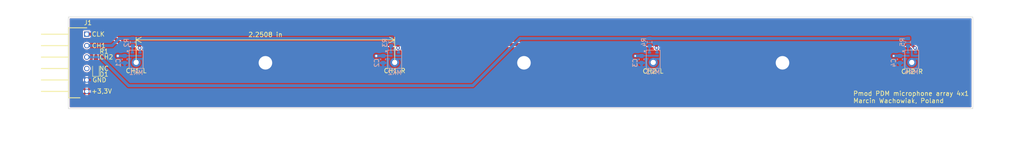
<source format=kicad_pcb>
(kicad_pcb (version 20171130) (host pcbnew 5.1.10-88a1d61d58~88~ubuntu18.04.1)
  (title_block (title "Pmod PDM microphone array 2x1") (date 2021-05-03) (rev 1.0.0) (company "Marcin Wachowiak, Poland"))
  (layers (0 F.Cu signal hide) (31 B.Cu signal hide) (34 B.Paste user) (35 F.Paste user) (36 B.SilkS user) (37 F.SilkS user) (38 B.Mask user) (39 F.Mask user) (44 Edge.Cuts user))
  (net 0 "")
  (net 1 GND)
  (net 2 +3V3)
  (net 3 "Net-(J1-Pad1)")
  (net 4 "Net-(J1-Pad2)")
  (net 5 "Net-(MK1-Pad1)")
  (net 6 "Net-(MK2-Pad1)")
  (net 7 "Net-(D1-Pad2)")
  (net 8 "Net-(J1-Pad3)")
  (net 9 "Net-(MK3-Pad1)")
  (net 10 "Net-(MK4-Pad1)")
  (module Resistor_SMD:R_0603_1608Metric (layer B.Cu) (at 211.836 58.166 90)
    (fp_text reference R5 (at 0 -1.27 90) (layer B.SilkS) (effects (justify mirror)))
    (fp_text value 100)
    (fp_line (start -0.237258 0.5225) (end 0.237258 0.5225) (layer B.SilkS) (width 0.12))
    (fp_line (start -0.237258 -0.5225) (end 0.237258 -0.5225) (layer B.SilkS) (width 0.12))
    (pad 2 smd roundrect (at 0.825 0 90) (size 0.8 0.95) (layers B.Cu B.Paste B.Mask) (net 8 "Net-(J1-Pad3)"))
    (pad 1 smd roundrect (at -0.825 0 90) (size 0.8 0.95) (layers B.Cu B.Paste B.Mask) (net 10 "Net-(MK4-Pad1)"))
  )
  (module Resistor_SMD:R_0603_1608Metric (layer B.Cu) (at 154.686 58.166 90)
    (fp_text reference R4 (at 0 -1.27 90) (layer B.SilkS) (effects (justify mirror)))
    (fp_text value 100)
    (fp_line (start -0.237258 0.5225) (end 0.237258 0.5225) (layer B.SilkS) (width 0.12))
    (fp_line (start -0.237258 -0.5225) (end 0.237258 -0.5225) (layer B.SilkS) (width 0.12))
    (pad 2 smd roundrect (at 0.825 0 90) (size 0.8 0.95) (layers B.Cu B.Paste B.Mask) (net 8 "Net-(J1-Pad3)"))
    (pad 1 smd roundrect (at -0.825 0 90) (size 0.8 0.95) (layers B.Cu B.Paste B.Mask) (net 9 "Net-(MK3-Pad1)"))
  )
  (module pmod_microphone_array:IM69D130V01XTSA1 (layer B.Cu) (at 212.658 61.976 180)
    (fp_text reference MK4 (at 0.06 -2.794) (layer B.SilkS) (effects (justify mirror)))
    (fp_text value IM69D130V01XTSA1)
    (fp_poly (pts (xy 0.001 -0.1) (xy 0.001 0.35) (xy 0.046082 0.349423) (xy 0.099359 0.346165) (xy 0.152393 0.340122) (xy 0.205038 0.331312) (xy 0.25715 0.319759) (xy 0.308586 0.305495) (xy 0.359205 0.288558) (xy 0.408868 0.268995) (xy 0.457439 0.24686) (xy 0.504785 0.222214) (xy 0.550776 0.195123) (xy 0.595287 0.165662) (xy 0.638194 0.133912) (xy 0.679381 0.09996) (xy 0.718735 0.063899) (xy 0.756147 0.025828) (xy 0.791516 -0.01415) (xy 0.824744 -0.055923) (xy 0.85574 -0.099378) (xy 0.88442 -0.144396) (xy 0.910704 -0.190853) (xy 0.934521 -0.238622) (xy 0.955805 -0.287572) (xy 0.974498 -0.337569) (xy 0.990549 -0.388476) (xy 1.003913 -0.440152) (xy 1.014555 -0.492458) (xy 1.022445 -0.545249) (xy 1.027561 -0.59838) (xy 1.03 -0.66) (xy 1.03 -0.68) (xy 1.028588 -0.733906) (xy 1.024358 -0.787664) (xy 1.017319 -0.841127) (xy 1.007492 -0.894149) (xy 0.994904 -0.946584) (xy 0.979588 -0.998288) (xy 0.961588 -1.049119) (xy 0.940952 -1.098939) (xy 0.917737 -1.14761) (xy 0.892006 -1.195) (xy 0.863831 -1.240978) (xy 0.833288 -1.285419) (xy 0.80046 -1.3282) (xy 0.765439 -1.369205) (xy 0.72832 -1.40832) (xy 0.689205 -1.445439) (xy 0.6482 -1.48046) (xy 0.605419 -1.513288) (xy 0.560978 -1.543831) (xy 0.515 -1.572006) (xy 0.46761 -1.597737) (xy 0.418939 -1.620952) (xy 0.369119 -1.641588) (xy 0.318288 -1.659588) (xy 0.266584 -1.674904) (xy 0.214149 -1.687492) (xy 0.161127 -1.697319) (xy 0.107664 -1.704358) (xy 0.053906 -1.708588) (xy 0 -1.71) (xy -0.053906 -1.708588) (xy -0.107664 -1.704358) (xy -0.161127 -1.697319) (xy -0.214149 -1.687492) (xy -0.266584 -1.674904) (xy -0.318288 -1.659588) (xy -0.369119 -1.641588) (xy -0.418939 -1.620952) (xy -0.46761 -1.597737) (xy -0.515 -1.572006) (xy -0.560978 -1.543831) (xy -0.605419 -1.513288) (xy -0.6482 -1.48046) (xy -0.689205 -1.445439) (xy -0.72832 -1.40832) (xy -0.765439 -1.369205) (xy -0.80046 -1.3282) (xy -0.833288 -1.285419) (xy -0.863831 -1.240978) (xy -0.892006 -1.195) (xy -0.917737 -1.14761) (xy -0.940952 -1.098939) (xy -0.961588 -1.049119) (xy -0.979588 -0.998288) (xy -0.994904 -0.946584) (xy -1.007492 -0.894149) (xy -1.017319 -0.841127) (xy -1.024358 -0.787664) (xy -1.028588 -0.733906) (xy -1.03 -0.68) (xy -1.03 -0.66) (xy -1.028616 -0.607141) (xy -1.024467 -0.554426) (xy -1.017565 -0.502001) (xy -1.007929 -0.450009) (xy -0.995585 -0.398593) (xy -0.980567 -0.347893) (xy -0.962916 -0.298048) (xy -0.942681 -0.249196) (xy -0.919917 -0.20147) (xy -0.894686 -0.155) (xy -0.867057 -0.109915) (xy -0.837107 -0.066337) (xy -0.804917 -0.024386) (xy -0.770576 0.015822) (xy -0.734178 0.054178) (xy -0.695822 0.090576) (xy -0.655614 0.124917) (xy -0.613663 0.157107) (xy -0.570085 0.187057) (xy -0.525 0.214686) (xy -0.47853 0.239917) (xy -0.430804 0.262681) (xy -0.381952 0.282916) (xy -0.332107 0.300567) (xy -0.281407 0.315585) (xy -0.229991 0.327929) (xy -0.177999 0.337565) (xy -0.125574 0.344467) (xy -0.072859 0.348616) (xy -0.02 0.35) (xy -0.001 0.35) (xy -0.001 -0.1) (xy -0.030271 -0.099746) (xy -0.059552 -0.101024) (xy -0.088727 -0.103833) (xy -0.117715 -0.108166) (xy -0.146437 -0.114009) (xy -0.174813 -0.121348) (xy -0.202766 -0.130161) (xy -0.23022 -0.140426) (xy -0.257098 -0.152113) (xy -0.283329 -0.165191) (xy -0.308839 -0.179624) (xy -0.333558 -0.195372) (xy -0.35742 -0.212392) (xy -0.380358 -0.230638) (xy -0.40231 -0.250059) (xy -0.423215 -0.270603) (xy -0.443016 -0.292212) (xy -0.46166 -0.314828) (xy -0.479094 -0.338389) (xy -0.495271 -0.36283) (xy -0.510147 -0.388084) (xy -0.523681 -0.414082) (xy -0.535835 -0.440753) (xy -0.546577 -0.468024) (xy -0.555877 -0.495819) (xy -0.56371 -0.524063) (xy -0.570054 -0.552678) (xy -0.574891 -0.581585) (xy -0.578209 -0.610707) (xy -0.58 -0.64) (xy -0.58 -0.68) (xy -0.579205 -0.710355) (xy -0.576823 -0.740627) (xy -0.572859 -0.770732) (xy -0.567326 -0.800589) (xy -0.560237 -0.830115) (xy -0.551613 -0.85923) (xy -0.541477 -0.887853) (xy -0.529856 -0.915907) (xy -0.516784 -0.943314) (xy -0.502295 -0.97) (xy -0.486429 -0.995891) (xy -0.46923 -1.020915) (xy -0.450745 -1.045006) (xy -0.431024 -1.068096) (xy -0.410122 -1.090122) (xy -0.388096 -1.111024) (xy -0.365006 -1.130745) (xy -0.340915 -1.14923) (xy -0.315891 -1.166429) (xy -0.29 -1.182295) (xy -0.263314 -1.196784) (xy -0.235907 -1.209856) (xy -0.207853 -1.221477) (xy -0.17923 -1.231613) (xy -0.150115 -1.240237) (xy -0.120589 -1.247326) (xy -0.090732 -1.252859) (xy -0.060627 -1.256823) (xy -0.030355 -1.259205) (xy 0 -1.26) (xy 0.030355 -1.259205) (xy 0.060627 -1.256823) (xy 0.090732 -1.252859) (xy 0.120589 -1.247326) (xy 0.150115 -1.240237) (xy 0.17923 -1.231613) (xy 0.207853 -1.221477) (xy 0.235907 -1.209856) (xy 0.263314 -1.196784) (xy 0.29 -1.182295) (xy 0.315891 -1.166429) (xy 0.340915 -1.14923) (xy 0.365006 -1.130745) (xy 0.388096 -1.111024) (xy 0.410122 -1.090122) (xy 0.431024 -1.068096) (xy 0.450745 -1.045006) (xy 0.46923 -1.020915) (xy 0.486429 -0.995891) (xy 0.502295 -0.97) (xy 0.516784 -0.943314) (xy 0.529856 -0.915907) (xy 0.541477 -0.887853) (xy 0.551613 -0.85923) (xy 0.560237 -0.830115) (xy 0.567326 -0.800589) (xy 0.572859 -0.770732) (xy 0.576823 -0.740627) (xy 0.579205 -0.710355) (xy 0.58 -0.68) (xy 0.58 -0.66) (xy 0.578692 -0.629768) (xy 0.575834 -0.600086) (xy 0.571426 -0.570594) (xy 0.565481 -0.541373) (xy 0.558015 -0.512503) (xy 0.549048 -0.484063) (xy 0.538605 -0.456132) (xy 0.526714 -0.428785) (xy 0.513409 -0.402099) (xy 0.498725 -0.376145) (xy 0.482703 -0.350995) (xy 0.465386 -0.326719) (xy 0.446823 -0.303382) (xy 0.427064 -0.281048) (xy 0.406163 -0.259779) (xy 0.384178 -0.239633) (xy 0.361168 -0.220665) (xy 0.337197 -0.202928) (xy 0.312331 -0.186469) (xy 0.286637 -0.171335) (xy 0.260187 -0.157566) (xy 0.233052 -0.1452) (xy 0.205308 -0.134271) (xy 0.177029 -0.124809) (xy 0.148294 -0.11684) (xy 0.119181 -0.110386) (xy 0.08977 -0.105464) (xy 0.060142 -0.102088) (xy 0.030378 -0.100268) (xy 0.001 -0.1)) (layer B.Cu) (width 0.0001))
    (fp_circle (center 1.9 1.82) (end 2 1.82) (layer B.SilkS) (width 0.2))
    (fp_line (start -1.54 -2) (end -1.54 2.04) (layer B.SilkS) (width 0.127))
    (fp_line (start 1.54 2.04) (end 1.54 -2) (layer B.SilkS) (width 0.127))
    (fp_line (start -1.54 2.04) (end 1.54 2.04) (layer B.SilkS) (width 0.127))
    (fp_line (start 1.54 -2) (end -1.54 -2) (layer B.SilkS) (width 0.127))
    (pad None np_thru_hole circle (at 0 -0.68 180) (size 0.8 0.8) (drill 0.8) (layers *.Cu *.Mask))
    (pad 3 smd rect (at -0.85 1.5 180) (size 0.75 0.45) (layers B.Cu B.Mask) (net 3 "Net-(J1-Pad1)"))
    (pad 4 smd rect (at -0.85 0.8 180) (size 0.75 0.45) (layers B.Cu B.Mask) (net 1 GND))
    (pad 1 smd rect (at 0.85 1.5 180) (size 0.75 0.45) (layers B.Cu B.Mask) (net 10 "Net-(MK4-Pad1)"))
    (pad 2 smd rect (at 0.85 0.8 180) (size 0.75 0.45) (layers B.Cu B.Mask) (net 2 +3V3))
    (pad 5 smd rect (at 0 0.12 180) (size 0.1 0.1) (layers B.Cu) (net 1 GND))
  )
  (module pmod_microphone_array:IM69D130V01XTSA1 (layer B.Cu) (at 155.488 61.976 180)
    (fp_text reference MK3 (at 0.04 -2.794) (layer B.SilkS) (effects (justify mirror)))
    (fp_text value IM69D130V01XTSA1)
    (fp_poly (pts (xy 0.001 -0.1) (xy 0.001 0.35) (xy 0.046082 0.349423) (xy 0.099359 0.346165) (xy 0.152393 0.340122) (xy 0.205038 0.331312) (xy 0.25715 0.319759) (xy 0.308586 0.305495) (xy 0.359205 0.288558) (xy 0.408868 0.268995) (xy 0.457439 0.24686) (xy 0.504785 0.222214) (xy 0.550776 0.195123) (xy 0.595287 0.165662) (xy 0.638194 0.133912) (xy 0.679381 0.09996) (xy 0.718735 0.063899) (xy 0.756147 0.025828) (xy 0.791516 -0.01415) (xy 0.824744 -0.055923) (xy 0.85574 -0.099378) (xy 0.88442 -0.144396) (xy 0.910704 -0.190853) (xy 0.934521 -0.238622) (xy 0.955805 -0.287572) (xy 0.974498 -0.337569) (xy 0.990549 -0.388476) (xy 1.003913 -0.440152) (xy 1.014555 -0.492458) (xy 1.022445 -0.545249) (xy 1.027561 -0.59838) (xy 1.03 -0.66) (xy 1.03 -0.68) (xy 1.028588 -0.733906) (xy 1.024358 -0.787664) (xy 1.017319 -0.841127) (xy 1.007492 -0.894149) (xy 0.994904 -0.946584) (xy 0.979588 -0.998288) (xy 0.961588 -1.049119) (xy 0.940952 -1.098939) (xy 0.917737 -1.14761) (xy 0.892006 -1.195) (xy 0.863831 -1.240978) (xy 0.833288 -1.285419) (xy 0.80046 -1.3282) (xy 0.765439 -1.369205) (xy 0.72832 -1.40832) (xy 0.689205 -1.445439) (xy 0.6482 -1.48046) (xy 0.605419 -1.513288) (xy 0.560978 -1.543831) (xy 0.515 -1.572006) (xy 0.46761 -1.597737) (xy 0.418939 -1.620952) (xy 0.369119 -1.641588) (xy 0.318288 -1.659588) (xy 0.266584 -1.674904) (xy 0.214149 -1.687492) (xy 0.161127 -1.697319) (xy 0.107664 -1.704358) (xy 0.053906 -1.708588) (xy 0 -1.71) (xy -0.053906 -1.708588) (xy -0.107664 -1.704358) (xy -0.161127 -1.697319) (xy -0.214149 -1.687492) (xy -0.266584 -1.674904) (xy -0.318288 -1.659588) (xy -0.369119 -1.641588) (xy -0.418939 -1.620952) (xy -0.46761 -1.597737) (xy -0.515 -1.572006) (xy -0.560978 -1.543831) (xy -0.605419 -1.513288) (xy -0.6482 -1.48046) (xy -0.689205 -1.445439) (xy -0.72832 -1.40832) (xy -0.765439 -1.369205) (xy -0.80046 -1.3282) (xy -0.833288 -1.285419) (xy -0.863831 -1.240978) (xy -0.892006 -1.195) (xy -0.917737 -1.14761) (xy -0.940952 -1.098939) (xy -0.961588 -1.049119) (xy -0.979588 -0.998288) (xy -0.994904 -0.946584) (xy -1.007492 -0.894149) (xy -1.017319 -0.841127) (xy -1.024358 -0.787664) (xy -1.028588 -0.733906) (xy -1.03 -0.68) (xy -1.03 -0.66) (xy -1.028616 -0.607141) (xy -1.024467 -0.554426) (xy -1.017565 -0.502001) (xy -1.007929 -0.450009) (xy -0.995585 -0.398593) (xy -0.980567 -0.347893) (xy -0.962916 -0.298048) (xy -0.942681 -0.249196) (xy -0.919917 -0.20147) (xy -0.894686 -0.155) (xy -0.867057 -0.109915) (xy -0.837107 -0.066337) (xy -0.804917 -0.024386) (xy -0.770576 0.015822) (xy -0.734178 0.054178) (xy -0.695822 0.090576) (xy -0.655614 0.124917) (xy -0.613663 0.157107) (xy -0.570085 0.187057) (xy -0.525 0.214686) (xy -0.47853 0.239917) (xy -0.430804 0.262681) (xy -0.381952 0.282916) (xy -0.332107 0.300567) (xy -0.281407 0.315585) (xy -0.229991 0.327929) (xy -0.177999 0.337565) (xy -0.125574 0.344467) (xy -0.072859 0.348616) (xy -0.02 0.35) (xy -0.001 0.35) (xy -0.001 -0.1) (xy -0.030271 -0.099746) (xy -0.059552 -0.101024) (xy -0.088727 -0.103833) (xy -0.117715 -0.108166) (xy -0.146437 -0.114009) (xy -0.174813 -0.121348) (xy -0.202766 -0.130161) (xy -0.23022 -0.140426) (xy -0.257098 -0.152113) (xy -0.283329 -0.165191) (xy -0.308839 -0.179624) (xy -0.333558 -0.195372) (xy -0.35742 -0.212392) (xy -0.380358 -0.230638) (xy -0.40231 -0.250059) (xy -0.423215 -0.270603) (xy -0.443016 -0.292212) (xy -0.46166 -0.314828) (xy -0.479094 -0.338389) (xy -0.495271 -0.36283) (xy -0.510147 -0.388084) (xy -0.523681 -0.414082) (xy -0.535835 -0.440753) (xy -0.546577 -0.468024) (xy -0.555877 -0.495819) (xy -0.56371 -0.524063) (xy -0.570054 -0.552678) (xy -0.574891 -0.581585) (xy -0.578209 -0.610707) (xy -0.58 -0.64) (xy -0.58 -0.68) (xy -0.579205 -0.710355) (xy -0.576823 -0.740627) (xy -0.572859 -0.770732) (xy -0.567326 -0.800589) (xy -0.560237 -0.830115) (xy -0.551613 -0.85923) (xy -0.541477 -0.887853) (xy -0.529856 -0.915907) (xy -0.516784 -0.943314) (xy -0.502295 -0.97) (xy -0.486429 -0.995891) (xy -0.46923 -1.020915) (xy -0.450745 -1.045006) (xy -0.431024 -1.068096) (xy -0.410122 -1.090122) (xy -0.388096 -1.111024) (xy -0.365006 -1.130745) (xy -0.340915 -1.14923) (xy -0.315891 -1.166429) (xy -0.29 -1.182295) (xy -0.263314 -1.196784) (xy -0.235907 -1.209856) (xy -0.207853 -1.221477) (xy -0.17923 -1.231613) (xy -0.150115 -1.240237) (xy -0.120589 -1.247326) (xy -0.090732 -1.252859) (xy -0.060627 -1.256823) (xy -0.030355 -1.259205) (xy 0 -1.26) (xy 0.030355 -1.259205) (xy 0.060627 -1.256823) (xy 0.090732 -1.252859) (xy 0.120589 -1.247326) (xy 0.150115 -1.240237) (xy 0.17923 -1.231613) (xy 0.207853 -1.221477) (xy 0.235907 -1.209856) (xy 0.263314 -1.196784) (xy 0.29 -1.182295) (xy 0.315891 -1.166429) (xy 0.340915 -1.14923) (xy 0.365006 -1.130745) (xy 0.388096 -1.111024) (xy 0.410122 -1.090122) (xy 0.431024 -1.068096) (xy 0.450745 -1.045006) (xy 0.46923 -1.020915) (xy 0.486429 -0.995891) (xy 0.502295 -0.97) (xy 0.516784 -0.943314) (xy 0.529856 -0.915907) (xy 0.541477 -0.887853) (xy 0.551613 -0.85923) (xy 0.560237 -0.830115) (xy 0.567326 -0.800589) (xy 0.572859 -0.770732) (xy 0.576823 -0.740627) (xy 0.579205 -0.710355) (xy 0.58 -0.68) (xy 0.58 -0.66) (xy 0.578692 -0.629768) (xy 0.575834 -0.600086) (xy 0.571426 -0.570594) (xy 0.565481 -0.541373) (xy 0.558015 -0.512503) (xy 0.549048 -0.484063) (xy 0.538605 -0.456132) (xy 0.526714 -0.428785) (xy 0.513409 -0.402099) (xy 0.498725 -0.376145) (xy 0.482703 -0.350995) (xy 0.465386 -0.326719) (xy 0.446823 -0.303382) (xy 0.427064 -0.281048) (xy 0.406163 -0.259779) (xy 0.384178 -0.239633) (xy 0.361168 -0.220665) (xy 0.337197 -0.202928) (xy 0.312331 -0.186469) (xy 0.286637 -0.171335) (xy 0.260187 -0.157566) (xy 0.233052 -0.1452) (xy 0.205308 -0.134271) (xy 0.177029 -0.124809) (xy 0.148294 -0.11684) (xy 0.119181 -0.110386) (xy 0.08977 -0.105464) (xy 0.060142 -0.102088) (xy 0.030378 -0.100268) (xy 0.001 -0.1)) (layer B.Cu) (width 0.0001))
    (fp_circle (center 1.9 1.82) (end 2 1.82) (layer B.SilkS) (width 0.2))
    (fp_line (start -1.54 -2) (end -1.54 2.04) (layer B.SilkS) (width 0.127))
    (fp_line (start 1.54 2.04) (end 1.54 -2) (layer B.SilkS) (width 0.127))
    (fp_line (start -1.54 2.04) (end 1.54 2.04) (layer B.SilkS) (width 0.127))
    (fp_line (start 1.54 -2) (end -1.54 -2) (layer B.SilkS) (width 0.127))
    (pad None np_thru_hole circle (at 0 -0.68 180) (size 0.8 0.8) (drill 0.8) (layers *.Cu *.Mask))
    (pad 3 smd rect (at -0.85 1.5 180) (size 0.75 0.45) (layers B.Cu B.Mask) (net 3 "Net-(J1-Pad1)"))
    (pad 4 smd rect (at -0.85 0.8 180) (size 0.75 0.45) (layers B.Cu B.Mask) (net 2 +3V3))
    (pad 1 smd rect (at 0.85 1.5 180) (size 0.75 0.45) (layers B.Cu B.Mask) (net 9 "Net-(MK3-Pad1)"))
    (pad 2 smd rect (at 0.85 0.8 180) (size 0.75 0.45) (layers B.Cu B.Mask) (net 2 +3V3))
    (pad 5 smd rect (at 0 0.12 180) (size 0.1 0.1) (layers B.Cu) (net 1 GND))
  )
  (module Capacitor_SMD:C_0603_1608Metric (layer B.Cu) (at 210.058 61.976 270)
    (fp_text reference C4 (at 0.762 1.43 90) (layer B.SilkS) (effects (justify mirror)))
    (fp_text value 100n/16V)
    (fp_line (start -0.14058 0.51) (end 0.14058 0.51) (layer B.SilkS) (width 0.12))
    (fp_line (start -0.14058 -0.51) (end 0.14058 -0.51) (layer B.SilkS) (width 0.12))
    (pad 2 smd roundrect (at 0.775 0 270) (size 0.9 0.95) (layers B.Cu B.Paste B.Mask) (net 1 GND))
    (pad 1 smd roundrect (at -0.775 0 270) (size 0.9 0.95) (layers B.Cu B.Paste B.Mask) (net 2 +3V3))
  )
  (module Capacitor_SMD:C_0603_1608Metric (layer B.Cu) (at 152.908 61.976 270)
    (fp_text reference C3 (at 0.762 1.43 90) (layer B.SilkS) (effects (justify mirror)))
    (fp_text value 100n/16V)
    (fp_line (start -0.14058 0.51) (end 0.14058 0.51) (layer B.SilkS) (width 0.12))
    (fp_line (start -0.14058 -0.51) (end 0.14058 -0.51) (layer B.SilkS) (width 0.12))
    (pad 2 smd roundrect (at 0.775 0 270) (size 0.9 0.95) (layers B.Cu B.Paste B.Mask) (net 1 GND))
    (pad 1 smd roundrect (at -0.775 0 270) (size 0.9 0.95) (layers B.Cu B.Paste B.Mask) (net 2 +3V3))
  )
  (module pmod_microphone_array:IM69D130V01XTSA1 (layer B.Cu) (at 98.318 61.976 180)
    (fp_text reference MK2 (at -0.02 -2.928) (layer B.SilkS) (effects (justify mirror)))
    (fp_text value IM69D130V01XTSA1)
    (fp_poly (pts (xy 0.001 -0.1) (xy 0.001 0.35) (xy 0.046082 0.349423) (xy 0.099359 0.346165) (xy 0.152393 0.340122) (xy 0.205038 0.331312) (xy 0.25715 0.319759) (xy 0.308586 0.305495) (xy 0.359205 0.288558) (xy 0.408868 0.268995) (xy 0.457439 0.24686) (xy 0.504785 0.222214) (xy 0.550776 0.195123) (xy 0.595287 0.165662) (xy 0.638194 0.133912) (xy 0.679381 0.09996) (xy 0.718735 0.063899) (xy 0.756147 0.025828) (xy 0.791516 -0.01415) (xy 0.824744 -0.055923) (xy 0.85574 -0.099378) (xy 0.88442 -0.144396) (xy 0.910704 -0.190853) (xy 0.934521 -0.238622) (xy 0.955805 -0.287572) (xy 0.974498 -0.337569) (xy 0.990549 -0.388476) (xy 1.003913 -0.440152) (xy 1.014555 -0.492458) (xy 1.022445 -0.545249) (xy 1.027561 -0.59838) (xy 1.03 -0.66) (xy 1.03 -0.68) (xy 1.028588 -0.733906) (xy 1.024358 -0.787664) (xy 1.017319 -0.841127) (xy 1.007492 -0.894149) (xy 0.994904 -0.946584) (xy 0.979588 -0.998288) (xy 0.961588 -1.049119) (xy 0.940952 -1.098939) (xy 0.917737 -1.14761) (xy 0.892006 -1.195) (xy 0.863831 -1.240978) (xy 0.833288 -1.285419) (xy 0.80046 -1.3282) (xy 0.765439 -1.369205) (xy 0.72832 -1.40832) (xy 0.689205 -1.445439) (xy 0.6482 -1.48046) (xy 0.605419 -1.513288) (xy 0.560978 -1.543831) (xy 0.515 -1.572006) (xy 0.46761 -1.597737) (xy 0.418939 -1.620952) (xy 0.369119 -1.641588) (xy 0.318288 -1.659588) (xy 0.266584 -1.674904) (xy 0.214149 -1.687492) (xy 0.161127 -1.697319) (xy 0.107664 -1.704358) (xy 0.053906 -1.708588) (xy 0 -1.71) (xy -0.053906 -1.708588) (xy -0.107664 -1.704358) (xy -0.161127 -1.697319) (xy -0.214149 -1.687492) (xy -0.266584 -1.674904) (xy -0.318288 -1.659588) (xy -0.369119 -1.641588) (xy -0.418939 -1.620952) (xy -0.46761 -1.597737) (xy -0.515 -1.572006) (xy -0.560978 -1.543831) (xy -0.605419 -1.513288) (xy -0.6482 -1.48046) (xy -0.689205 -1.445439) (xy -0.72832 -1.40832) (xy -0.765439 -1.369205) (xy -0.80046 -1.3282) (xy -0.833288 -1.285419) (xy -0.863831 -1.240978) (xy -0.892006 -1.195) (xy -0.917737 -1.14761) (xy -0.940952 -1.098939) (xy -0.961588 -1.049119) (xy -0.979588 -0.998288) (xy -0.994904 -0.946584) (xy -1.007492 -0.894149) (xy -1.017319 -0.841127) (xy -1.024358 -0.787664) (xy -1.028588 -0.733906) (xy -1.03 -0.68) (xy -1.03 -0.66) (xy -1.028616 -0.607141) (xy -1.024467 -0.554426) (xy -1.017565 -0.502001) (xy -1.007929 -0.450009) (xy -0.995585 -0.398593) (xy -0.980567 -0.347893) (xy -0.962916 -0.298048) (xy -0.942681 -0.249196) (xy -0.919917 -0.20147) (xy -0.894686 -0.155) (xy -0.867057 -0.109915) (xy -0.837107 -0.066337) (xy -0.804917 -0.024386) (xy -0.770576 0.015822) (xy -0.734178 0.054178) (xy -0.695822 0.090576) (xy -0.655614 0.124917) (xy -0.613663 0.157107) (xy -0.570085 0.187057) (xy -0.525 0.214686) (xy -0.47853 0.239917) (xy -0.430804 0.262681) (xy -0.381952 0.282916) (xy -0.332107 0.300567) (xy -0.281407 0.315585) (xy -0.229991 0.327929) (xy -0.177999 0.337565) (xy -0.125574 0.344467) (xy -0.072859 0.348616) (xy -0.02 0.35) (xy -0.001 0.35) (xy -0.001 -0.1) (xy -0.030271 -0.099746) (xy -0.059552 -0.101024) (xy -0.088727 -0.103833) (xy -0.117715 -0.108166) (xy -0.146437 -0.114009) (xy -0.174813 -0.121348) (xy -0.202766 -0.130161) (xy -0.23022 -0.140426) (xy -0.257098 -0.152113) (xy -0.283329 -0.165191) (xy -0.308839 -0.179624) (xy -0.333558 -0.195372) (xy -0.35742 -0.212392) (xy -0.380358 -0.230638) (xy -0.40231 -0.250059) (xy -0.423215 -0.270603) (xy -0.443016 -0.292212) (xy -0.46166 -0.314828) (xy -0.479094 -0.338389) (xy -0.495271 -0.36283) (xy -0.510147 -0.388084) (xy -0.523681 -0.414082) (xy -0.535835 -0.440753) (xy -0.546577 -0.468024) (xy -0.555877 -0.495819) (xy -0.56371 -0.524063) (xy -0.570054 -0.552678) (xy -0.574891 -0.581585) (xy -0.578209 -0.610707) (xy -0.58 -0.64) (xy -0.58 -0.68) (xy -0.579205 -0.710355) (xy -0.576823 -0.740627) (xy -0.572859 -0.770732) (xy -0.567326 -0.800589) (xy -0.560237 -0.830115) (xy -0.551613 -0.85923) (xy -0.541477 -0.887853) (xy -0.529856 -0.915907) (xy -0.516784 -0.943314) (xy -0.502295 -0.97) (xy -0.486429 -0.995891) (xy -0.46923 -1.020915) (xy -0.450745 -1.045006) (xy -0.431024 -1.068096) (xy -0.410122 -1.090122) (xy -0.388096 -1.111024) (xy -0.365006 -1.130745) (xy -0.340915 -1.14923) (xy -0.315891 -1.166429) (xy -0.29 -1.182295) (xy -0.263314 -1.196784) (xy -0.235907 -1.209856) (xy -0.207853 -1.221477) (xy -0.17923 -1.231613) (xy -0.150115 -1.240237) (xy -0.120589 -1.247326) (xy -0.090732 -1.252859) (xy -0.060627 -1.256823) (xy -0.030355 -1.259205) (xy 0 -1.26) (xy 0.030355 -1.259205) (xy 0.060627 -1.256823) (xy 0.090732 -1.252859) (xy 0.120589 -1.247326) (xy 0.150115 -1.240237) (xy 0.17923 -1.231613) (xy 0.207853 -1.221477) (xy 0.235907 -1.209856) (xy 0.263314 -1.196784) (xy 0.29 -1.182295) (xy 0.315891 -1.166429) (xy 0.340915 -1.14923) (xy 0.365006 -1.130745) (xy 0.388096 -1.111024) (xy 0.410122 -1.090122) (xy 0.431024 -1.068096) (xy 0.450745 -1.045006) (xy 0.46923 -1.020915) (xy 0.486429 -0.995891) (xy 0.502295 -0.97) (xy 0.516784 -0.943314) (xy 0.529856 -0.915907) (xy 0.541477 -0.887853) (xy 0.551613 -0.85923) (xy 0.560237 -0.830115) (xy 0.567326 -0.800589) (xy 0.572859 -0.770732) (xy 0.576823 -0.740627) (xy 0.579205 -0.710355) (xy 0.58 -0.68) (xy 0.58 -0.66) (xy 0.578692 -0.629768) (xy 0.575834 -0.600086) (xy 0.571426 -0.570594) (xy 0.565481 -0.541373) (xy 0.558015 -0.512503) (xy 0.549048 -0.484063) (xy 0.538605 -0.456132) (xy 0.526714 -0.428785) (xy 0.513409 -0.402099) (xy 0.498725 -0.376145) (xy 0.482703 -0.350995) (xy 0.465386 -0.326719) (xy 0.446823 -0.303382) (xy 0.427064 -0.281048) (xy 0.406163 -0.259779) (xy 0.384178 -0.239633) (xy 0.361168 -0.220665) (xy 0.337197 -0.202928) (xy 0.312331 -0.186469) (xy 0.286637 -0.171335) (xy 0.260187 -0.157566) (xy 0.233052 -0.1452) (xy 0.205308 -0.134271) (xy 0.177029 -0.124809) (xy 0.148294 -0.11684) (xy 0.119181 -0.110386) (xy 0.08977 -0.105464) (xy 0.060142 -0.102088) (xy 0.030378 -0.100268) (xy 0.001 -0.1)) (layer B.Cu) (width 0.0001))
    (fp_circle (center 1.9 1.82) (end 2 1.82) (layer B.SilkS) (width 0.2))
    (fp_line (start -1.54 -2) (end -1.54 2.04) (layer B.SilkS) (width 0.127))
    (fp_line (start 1.54 2.04) (end 1.54 -2) (layer B.SilkS) (width 0.127))
    (fp_line (start -1.54 2.04) (end 1.54 2.04) (layer B.SilkS) (width 0.127))
    (fp_line (start 1.54 -2) (end -1.54 -2) (layer B.SilkS) (width 0.127))
    (pad None np_thru_hole circle (at 0 -0.68 180) (size 0.8 0.8) (drill 0.8) (layers *.Cu *.Mask))
    (pad 3 smd rect (at -0.85 1.5 180) (size 0.75 0.45) (layers B.Cu B.Mask) (net 3 "Net-(J1-Pad1)"))
    (pad 4 smd rect (at -0.85 0.8 180) (size 0.75 0.45) (layers B.Cu B.Mask) (net 1 GND))
    (pad 1 smd rect (at 0.85 1.5 180) (size 0.75 0.45) (layers B.Cu B.Mask) (net 6 "Net-(MK2-Pad1)"))
    (pad 2 smd rect (at 0.85 0.8 180) (size 0.75 0.45) (layers B.Cu B.Mask) (net 2 +3V3))
    (pad 5 smd rect (at 0 0.12 180) (size 0.1 0.1) (layers B.Cu) (net 1 GND))
  )
  (module pmod_microphone_array:IM69D130V01XTSA1 (layer B.Cu) (at 41.148 61.976 180)
    (fp_text reference MK1 (at 0 -2.928) (layer B.SilkS) (effects (justify mirror)))
    (fp_text value IM69D130V01XTSA1)
    (fp_poly (pts (xy 0.001 -0.1) (xy 0.001 0.35) (xy 0.046082 0.349423) (xy 0.099359 0.346165) (xy 0.152393 0.340122) (xy 0.205038 0.331312) (xy 0.25715 0.319759) (xy 0.308586 0.305495) (xy 0.359205 0.288558) (xy 0.408868 0.268995) (xy 0.457439 0.24686) (xy 0.504785 0.222214) (xy 0.550776 0.195123) (xy 0.595287 0.165662) (xy 0.638194 0.133912) (xy 0.679381 0.09996) (xy 0.718735 0.063899) (xy 0.756147 0.025828) (xy 0.791516 -0.01415) (xy 0.824744 -0.055923) (xy 0.85574 -0.099378) (xy 0.88442 -0.144396) (xy 0.910704 -0.190853) (xy 0.934521 -0.238622) (xy 0.955805 -0.287572) (xy 0.974498 -0.337569) (xy 0.990549 -0.388476) (xy 1.003913 -0.440152) (xy 1.014555 -0.492458) (xy 1.022445 -0.545249) (xy 1.027561 -0.59838) (xy 1.03 -0.66) (xy 1.03 -0.68) (xy 1.028588 -0.733906) (xy 1.024358 -0.787664) (xy 1.017319 -0.841127) (xy 1.007492 -0.894149) (xy 0.994904 -0.946584) (xy 0.979588 -0.998288) (xy 0.961588 -1.049119) (xy 0.940952 -1.098939) (xy 0.917737 -1.14761) (xy 0.892006 -1.195) (xy 0.863831 -1.240978) (xy 0.833288 -1.285419) (xy 0.80046 -1.3282) (xy 0.765439 -1.369205) (xy 0.72832 -1.40832) (xy 0.689205 -1.445439) (xy 0.6482 -1.48046) (xy 0.605419 -1.513288) (xy 0.560978 -1.543831) (xy 0.515 -1.572006) (xy 0.46761 -1.597737) (xy 0.418939 -1.620952) (xy 0.369119 -1.641588) (xy 0.318288 -1.659588) (xy 0.266584 -1.674904) (xy 0.214149 -1.687492) (xy 0.161127 -1.697319) (xy 0.107664 -1.704358) (xy 0.053906 -1.708588) (xy 0 -1.71) (xy -0.053906 -1.708588) (xy -0.107664 -1.704358) (xy -0.161127 -1.697319) (xy -0.214149 -1.687492) (xy -0.266584 -1.674904) (xy -0.318288 -1.659588) (xy -0.369119 -1.641588) (xy -0.418939 -1.620952) (xy -0.46761 -1.597737) (xy -0.515 -1.572006) (xy -0.560978 -1.543831) (xy -0.605419 -1.513288) (xy -0.6482 -1.48046) (xy -0.689205 -1.445439) (xy -0.72832 -1.40832) (xy -0.765439 -1.369205) (xy -0.80046 -1.3282) (xy -0.833288 -1.285419) (xy -0.863831 -1.240978) (xy -0.892006 -1.195) (xy -0.917737 -1.14761) (xy -0.940952 -1.098939) (xy -0.961588 -1.049119) (xy -0.979588 -0.998288) (xy -0.994904 -0.946584) (xy -1.007492 -0.894149) (xy -1.017319 -0.841127) (xy -1.024358 -0.787664) (xy -1.028588 -0.733906) (xy -1.03 -0.68) (xy -1.03 -0.66) (xy -1.028616 -0.607141) (xy -1.024467 -0.554426) (xy -1.017565 -0.502001) (xy -1.007929 -0.450009) (xy -0.995585 -0.398593) (xy -0.980567 -0.347893) (xy -0.962916 -0.298048) (xy -0.942681 -0.249196) (xy -0.919917 -0.20147) (xy -0.894686 -0.155) (xy -0.867057 -0.109915) (xy -0.837107 -0.066337) (xy -0.804917 -0.024386) (xy -0.770576 0.015822) (xy -0.734178 0.054178) (xy -0.695822 0.090576) (xy -0.655614 0.124917) (xy -0.613663 0.157107) (xy -0.570085 0.187057) (xy -0.525 0.214686) (xy -0.47853 0.239917) (xy -0.430804 0.262681) (xy -0.381952 0.282916) (xy -0.332107 0.300567) (xy -0.281407 0.315585) (xy -0.229991 0.327929) (xy -0.177999 0.337565) (xy -0.125574 0.344467) (xy -0.072859 0.348616) (xy -0.02 0.35) (xy -0.001 0.35) (xy -0.001 -0.1) (xy -0.030271 -0.099746) (xy -0.059552 -0.101024) (xy -0.088727 -0.103833) (xy -0.117715 -0.108166) (xy -0.146437 -0.114009) (xy -0.174813 -0.121348) (xy -0.202766 -0.130161) (xy -0.23022 -0.140426) (xy -0.257098 -0.152113) (xy -0.283329 -0.165191) (xy -0.308839 -0.179624) (xy -0.333558 -0.195372) (xy -0.35742 -0.212392) (xy -0.380358 -0.230638) (xy -0.40231 -0.250059) (xy -0.423215 -0.270603) (xy -0.443016 -0.292212) (xy -0.46166 -0.314828) (xy -0.479094 -0.338389) (xy -0.495271 -0.36283) (xy -0.510147 -0.388084) (xy -0.523681 -0.414082) (xy -0.535835 -0.440753) (xy -0.546577 -0.468024) (xy -0.555877 -0.495819) (xy -0.56371 -0.524063) (xy -0.570054 -0.552678) (xy -0.574891 -0.581585) (xy -0.578209 -0.610707) (xy -0.58 -0.64) (xy -0.58 -0.68) (xy -0.579205 -0.710355) (xy -0.576823 -0.740627) (xy -0.572859 -0.770732) (xy -0.567326 -0.800589) (xy -0.560237 -0.830115) (xy -0.551613 -0.85923) (xy -0.541477 -0.887853) (xy -0.529856 -0.915907) (xy -0.516784 -0.943314) (xy -0.502295 -0.97) (xy -0.486429 -0.995891) (xy -0.46923 -1.020915) (xy -0.450745 -1.045006) (xy -0.431024 -1.068096) (xy -0.410122 -1.090122) (xy -0.388096 -1.111024) (xy -0.365006 -1.130745) (xy -0.340915 -1.14923) (xy -0.315891 -1.166429) (xy -0.29 -1.182295) (xy -0.263314 -1.196784) (xy -0.235907 -1.209856) (xy -0.207853 -1.221477) (xy -0.17923 -1.231613) (xy -0.150115 -1.240237) (xy -0.120589 -1.247326) (xy -0.090732 -1.252859) (xy -0.060627 -1.256823) (xy -0.030355 -1.259205) (xy 0 -1.26) (xy 0.030355 -1.259205) (xy 0.060627 -1.256823) (xy 0.090732 -1.252859) (xy 0.120589 -1.247326) (xy 0.150115 -1.240237) (xy 0.17923 -1.231613) (xy 0.207853 -1.221477) (xy 0.235907 -1.209856) (xy 0.263314 -1.196784) (xy 0.29 -1.182295) (xy 0.315891 -1.166429) (xy 0.340915 -1.14923) (xy 0.365006 -1.130745) (xy 0.388096 -1.111024) (xy 0.410122 -1.090122) (xy 0.431024 -1.068096) (xy 0.450745 -1.045006) (xy 0.46923 -1.020915) (xy 0.486429 -0.995891) (xy 0.502295 -0.97) (xy 0.516784 -0.943314) (xy 0.529856 -0.915907) (xy 0.541477 -0.887853) (xy 0.551613 -0.85923) (xy 0.560237 -0.830115) (xy 0.567326 -0.800589) (xy 0.572859 -0.770732) (xy 0.576823 -0.740627) (xy 0.579205 -0.710355) (xy 0.58 -0.68) (xy 0.58 -0.66) (xy 0.578692 -0.629768) (xy 0.575834 -0.600086) (xy 0.571426 -0.570594) (xy 0.565481 -0.541373) (xy 0.558015 -0.512503) (xy 0.549048 -0.484063) (xy 0.538605 -0.456132) (xy 0.526714 -0.428785) (xy 0.513409 -0.402099) (xy 0.498725 -0.376145) (xy 0.482703 -0.350995) (xy 0.465386 -0.326719) (xy 0.446823 -0.303382) (xy 0.427064 -0.281048) (xy 0.406163 -0.259779) (xy 0.384178 -0.239633) (xy 0.361168 -0.220665) (xy 0.337197 -0.202928) (xy 0.312331 -0.186469) (xy 0.286637 -0.171335) (xy 0.260187 -0.157566) (xy 0.233052 -0.1452) (xy 0.205308 -0.134271) (xy 0.177029 -0.124809) (xy 0.148294 -0.11684) (xy 0.119181 -0.110386) (xy 0.08977 -0.105464) (xy 0.060142 -0.102088) (xy 0.030378 -0.100268) (xy 0.001 -0.1)) (layer B.Cu) (width 0.0001))
    (fp_circle (center 1.9 1.82) (end 2 1.82) (layer B.SilkS) (width 0.2))
    (fp_line (start -1.54 -2) (end -1.54 2.04) (layer B.SilkS) (width 0.127))
    (fp_line (start 1.54 2.04) (end 1.54 -2) (layer B.SilkS) (width 0.127))
    (fp_line (start -1.54 2.04) (end 1.54 2.04) (layer B.SilkS) (width 0.127))
    (fp_line (start 1.54 -2) (end -1.54 -2) (layer B.SilkS) (width 0.127))
    (pad None np_thru_hole circle (at 0 -0.68 180) (size 0.8 0.8) (drill 0.8) (layers *.Cu *.Mask))
    (pad 3 smd rect (at -0.85 1.5 180) (size 0.75 0.45) (layers B.Cu B.Mask) (net 3 "Net-(J1-Pad1)"))
    (pad 4 smd rect (at -0.85 0.8 180) (size 0.75 0.45) (layers B.Cu B.Mask) (net 2 +3V3))
    (pad 1 smd rect (at 0.85 1.5 180) (size 0.75 0.45) (layers B.Cu B.Mask) (net 5 "Net-(MK1-Pad1)"))
    (pad 2 smd rect (at 0.85 0.8 180) (size 0.75 0.45) (layers B.Cu B.Mask) (net 2 +3V3))
    (pad 5 smd rect (at 0 0.12 180) (size 0.1 0.1) (layers B.Cu) (net 1 GND))
  )
  (module pmod_microphone_array:61300611021 (layer F.Cu) (at 30.226 56.388)
    (fp_text reference J1 (at 0.254 -2.54) (layer F.SilkS))
    (fp_text value 61300611021 hide)
    (fp_line (start 0 -1.42) (end -4.04 -1.42) (layer F.SilkS) (width 0.2))
    (fp_line (start -4.04 -1.42) (end -4.04 14.12) (layer F.SilkS) (width 0.2))
    (fp_line (start -4.04 14.12) (end -1.5 14.12) (layer F.SilkS) (width 0.2))
    (fp_line (start -4.04 0) (end -10.04 0) (layer F.SilkS) (width 0.2))
    (fp_line (start -4.04 2.54) (end -10.04 2.54) (layer F.SilkS) (width 0.2))
    (fp_line (start -4.04 5.08) (end -10.04 5.08) (layer F.SilkS) (width 0.2))
    (fp_line (start -4.04 7.62) (end -10.04 7.62) (layer F.SilkS) (width 0.2))
    (fp_line (start -4.04 10.16) (end -10.04 10.16) (layer F.SilkS) (width 0.2))
    (fp_line (start -4.04 12.7) (end -10.04 12.7) (layer F.SilkS) (width 0.2))
    (pad 1 thru_hole rect (at 0 0 90) (size 1.2 1.2) (drill 0.8) (layers *.Cu *.Mask) (net 3 "Net-(J1-Pad1)"))
    (pad 2 thru_hole circle (at 0 2.54 90) (size 1.2 1.2) (drill 0.8) (layers *.Cu *.Mask) (net 4 "Net-(J1-Pad2)"))
    (pad 3 thru_hole circle (at 0 5.08 90) (size 1.2 1.2) (drill 0.8) (layers *.Cu *.Mask) (net 8 "Net-(J1-Pad3)"))
    (pad 4 thru_hole circle (at 0 7.62 90) (size 1.2 1.2) (drill 0.8) (layers *.Cu *.Mask))
    (pad 5 thru_hole circle (at 0 10.16 90) (size 1.2 1.2) (drill 0.8) (layers *.Cu *.Mask) (net 1 GND))
    (pad 6 thru_hole circle (at 0 12.7 90) (size 1.2 1.2) (drill 0.8) (layers *.Cu *.Mask) (net 2 +3V3))
  )
  (module Resistor_SMD:R_0603_1608Metric (layer F.Cu) (at 32.258 61.214 270)
    (fp_text reference R1 (at -1.016 -1.778 180) (layer F.SilkS))
    (fp_text value 100)
    (fp_line (start -0.237258 -0.5225) (end 0.237258 -0.5225) (layer F.SilkS) (width 0.12))
    (fp_line (start -0.237258 0.5225) (end 0.237258 0.5225) (layer F.SilkS) (width 0.12))
    (pad 2 smd roundrect (at 0.825 0 270) (size 0.8 0.95) (layers F.Cu F.Paste F.Mask) (net 7 "Net-(D1-Pad2)"))
    (pad 1 smd roundrect (at -0.825 0 270) (size 0.8 0.95) (layers F.Cu F.Paste F.Mask) (net 2 +3V3))
  )
  (module Resistor_SMD:R_0603_1608Metric (layer B.Cu) (at 97.536 58.166 90)
    (fp_text reference R3 (at -0.127 -1.397 90) (layer B.SilkS) (effects (justify mirror)))
    (fp_text value 100)
    (fp_line (start -0.237258 0.5225) (end 0.237258 0.5225) (layer B.SilkS) (width 0.12))
    (fp_line (start -0.237258 -0.5225) (end 0.237258 -0.5225) (layer B.SilkS) (width 0.12))
    (pad 2 smd roundrect (at 0.825 0 90) (size 0.8 0.95) (layers B.Cu B.Paste B.Mask) (net 4 "Net-(J1-Pad2)"))
    (pad 1 smd roundrect (at -0.825 0 90) (size 0.8 0.95) (layers B.Cu B.Paste B.Mask) (net 6 "Net-(MK2-Pad1)"))
  )
  (module Resistor_SMD:R_0603_1608Metric (layer B.Cu) (at 40.386 58.166 90)
    (fp_text reference R2 (at -0.127 -1.397 90) (layer B.SilkS) (effects (justify mirror)))
    (fp_text value 100)
    (fp_line (start -0.237258 0.5225) (end 0.237258 0.5225) (layer B.SilkS) (width 0.12))
    (fp_line (start -0.237258 -0.5225) (end 0.237258 -0.5225) (layer B.SilkS) (width 0.12))
    (pad 2 smd roundrect (at 0.825 0 90) (size 0.8 0.95) (layers B.Cu B.Paste B.Mask) (net 4 "Net-(J1-Pad2)"))
    (pad 1 smd roundrect (at -0.825 0 90) (size 0.8 0.95) (layers B.Cu B.Paste B.Mask) (net 5 "Net-(MK1-Pad1)"))
  )
  (module LED_SMD:LED_0603_1608Metric (layer F.Cu) (at 32.258 64.262 90)
    (fp_text reference D1 (at -1.016 1.778 180) (layer F.SilkS))
    (fp_text value GREEN)
    (fp_line (start 0.8 -0.735) (end -1.485 -0.735) (layer F.SilkS) (width 0.12))
    (fp_line (start -1.485 -0.735) (end -1.485 0.735) (layer F.SilkS) (width 0.12))
    (fp_line (start -1.485 0.735) (end 0.8 0.735) (layer F.SilkS) (width 0.12))
    (pad 2 smd roundrect (at 0.7875 0 90) (size 0.875 0.95) (layers F.Cu F.Paste F.Mask) (net 7 "Net-(D1-Pad2)"))
    (pad 1 smd roundrect (at -0.7875 0 90) (size 0.875 0.95) (layers F.Cu F.Paste F.Mask) (net 1 GND))
  )
  (module Capacitor_SMD:C_0603_1608Metric (layer B.Cu) (at 95.758 61.976 270)
    (fp_text reference C2 (at 0.762 1.43 90) (layer B.SilkS) (effects (justify mirror)))
    (fp_text value 100n/16V)
    (fp_line (start -0.14058 0.51) (end 0.14058 0.51) (layer B.SilkS) (width 0.12))
    (fp_line (start -0.14058 -0.51) (end 0.14058 -0.51) (layer B.SilkS) (width 0.12))
    (pad 2 smd roundrect (at 0.775 0 270) (size 0.9 0.95) (layers B.Cu B.Paste B.Mask) (net 1 GND))
    (pad 1 smd roundrect (at -0.775 0 270) (size 0.9 0.95) (layers B.Cu B.Paste B.Mask) (net 2 +3V3))
  )
  (module Capacitor_SMD:C_0603_1608Metric (layer B.Cu) (at 38.608 61.976 270)
    (fp_text reference C1 (at 0.762 1.43 90) (layer B.SilkS) (effects (justify mirror)))
    (fp_text value 100n/16V)
    (fp_line (start -0.14058 0.51) (end 0.14058 0.51) (layer B.SilkS) (width 0.12))
    (fp_line (start -0.14058 -0.51) (end 0.14058 -0.51) (layer B.SilkS) (width 0.12))
    (pad 2 smd roundrect (at 0.775 0 270) (size 0.9 0.95) (layers B.Cu B.Paste B.Mask) (net 1 GND))
    (pad 1 smd roundrect (at -0.775 0 270) (size 0.9 0.95) (layers B.Cu B.Paste B.Mask) (net 2 +3V3))
  )
  (gr_text "+3,3V\n\n" (at 33.528 69.85) (layer F.SilkS) (effects (font (size 1 1))))
  (gr_text "GND\n" (at 33.02 66.548) (layer F.SilkS) (effects (font (size 1 1))))
  (gr_text NC (at 34.036 64.008) (layer F.SilkS) (effects (font (size 1 1))))
  (gr_text "CH2\n" (at 34.544 61.468) (layer F.SilkS) (effects (font (size 1 1))))
  (gr_text "CH1\n" (at 32.893 58.928) (layer F.SilkS) (effects (font (size 1 1))))
  (gr_text "CLK\n" (at 32.766 56.388) (layer F.SilkS) (effects (font (size 1 1))))
  (gr_text "CH2 R\n\n\n" (at 212.725 66.294) (layer F.SilkS) (effects (font (size 1 1))))
  (gr_text "CH2 L\n\n" (at 155.448 65.405) (layer F.SilkS) (effects (font (size 1 1))))
  (gr_text "CH1 R\n" (at 98.298 64.516) (layer F.SilkS) (effects (font (size 1 1))))
  (gr_text "CH1 L\n" (at 41.148 64.516) (layer F.SilkS) (effects (font (size 1 1))))
  (dimension 57.17 (width 0.1524) (layer F.SilkS) (gr_text "57,17 mm, λ/2 for 3 kHz" (at 69.733 56.3372) (layer F.SilkS) (effects (font (size 1.016 1.016) (thickness 0.1524)))) (feature1 (pts (xy 98.318 62.7) (xy 98.318 57.071579))) (feature2 (pts (xy 41.148 62.7) (xy 41.148 57.071579))) (crossbar (pts (xy 41.148 57.658) (xy 98.318 57.658))) (arrow1a (pts (xy 98.318 57.658) (xy 97.191496 58.244421))) (arrow1b (pts (xy 98.318 57.658) (xy 97.191496 57.071579))) (arrow2a (pts (xy 41.148 57.658) (xy 42.274504 58.244421))) (arrow2b (pts (xy 41.148 57.658) (xy 42.274504 57.071579))))
  (gr_text "Pmod PDM microphone array 4x1\nMarcin Wachowiak, Poland" (at 199.644 70.358) (layer F.SilkS) (effects (font (size 1 1)) (justify left)))
  (gr_line (start 226.162 52.578) (end 226.162 72.898) (layer Edge.Cuts) (width 0.1))
  (gr_line (start 26.162 52.578) (end 226.162 52.578) (layer Edge.Cuts) (width 0.1))
  (gr_line (start 26.162 72.898) (end 26.162 52.578) (layer Edge.Cuts) (width 0.1))
  (gr_line (start 226.162 72.898) (end 26.162 72.898) (layer Edge.Cuts) (width 0.1))
  (via (at 69.733 62.738) (size 5) (drill 3) (layers F.Cu B.Cu) (net 1))
  (via (at 126.903 62.738) (size 5) (drill 3) (layers F.Cu B.Cu) (net 1))
  (via (at 184.073 62.738) (size 5) (drill 3) (layers F.Cu B.Cu) (net 1))
  (segment (start 30.29 66.484) (end 30.226 66.548) (width 0.75) (layer B.Cu) (net 1))
  (segment (start 30.226 66.548) (end 31.75 66.548) (width 0.65) (layer F.Cu) (net 1))
  (segment (start 32.258 66.04) (end 32.258 65.0495) (width 0.65) (layer F.Cu) (net 1))
  (segment (start 31.75 66.548) (end 32.258 66.04) (width 0.65) (layer F.Cu) (net 1))
  (segment (start 41.148 61.856) (end 43.06 61.856) (width 0.4) (layer B.Cu) (net 1))
  (segment (start 98.318 61.856) (end 100.464 61.856) (width 0.4) (layer B.Cu) (net 1))
  (segment (start 212.658 61.856) (end 214.75 61.856) (width 0.4) (layer B.Cu) (net 1))
  (segment (start 155.488 61.856) (end 157.727 61.856) (width 0.4) (layer B.Cu) (net 1))
  (segment (start 95.783 61.176) (end 95.758 61.201) (width 0.4) (layer B.Cu) (net 2))
  (segment (start 97.468 61.176) (end 95.783 61.176) (width 0.4) (layer B.Cu) (net 2))
  (segment (start 38.633 61.176) (end 38.608 61.201) (width 0.4) (layer B.Cu) (net 2))
  (segment (start 40.298 61.176) (end 38.633 61.176) (width 0.4) (layer B.Cu) (net 2))
  (segment (start 94.247 61.201) (end 94.234 61.214) (width 0.65) (layer B.Cu) (net 2))
  (via (at 94.234 61.214) (size 0.9) (drill 0.5) (layers F.Cu B.Cu) (net 2))
  (segment (start 95.758 61.201) (end 94.247 61.201) (width 0.65) (layer B.Cu) (net 2))
  (via (at 37.084 61.214) (size 0.9) (drill 0.5) (layers F.Cu B.Cu) (net 2))
  (segment (start 37.097 61.201) (end 37.084 61.214) (width 0.65) (layer B.Cu) (net 2))
  (segment (start 38.608 61.201) (end 37.097 61.201) (width 0.65) (layer B.Cu) (net 2))
  (segment (start 40.298 61.176) (end 41.998 61.176) (width 0.4) (layer B.Cu) (net 2))
  (segment (start 152.933 61.176) (end 152.908 61.201) (width 0.4) (layer B.Cu) (net 2))
  (segment (start 154.638 61.176) (end 152.933 61.176) (width 0.4) (layer B.Cu) (net 2))
  (via (at 151.511 61.214) (size 0.8) (drill 0.4) (layers F.Cu B.Cu) (net 2))
  (segment (start 151.524 61.201) (end 151.511 61.214) (width 0.65) (layer B.Cu) (net 2))
  (segment (start 152.908 61.201) (end 151.524 61.201) (width 0.65) (layer B.Cu) (net 2))
  (via (at 208.661 61.214) (size 0.8) (drill 0.4) (layers F.Cu B.Cu) (net 2))
  (segment (start 208.674 61.201) (end 208.661 61.214) (width 0.65) (layer B.Cu) (net 2))
  (segment (start 210.058 61.201) (end 208.674 61.201) (width 0.65) (layer B.Cu) (net 2))
  (segment (start 210.083 61.176) (end 210.058 61.201) (width 0.4) (layer B.Cu) (net 2))
  (segment (start 211.808 61.176) (end 210.083 61.176) (width 0.4) (layer B.Cu) (net 2))
  (segment (start 154.638 61.176) (end 156.338 61.176) (width 0.4) (layer B.Cu) (net 2))
  (segment (start 35.56 56.388) (end 37.846 58.674) (width 0.65) (layer F.Cu) (net 3))
  (segment (start 30.226 56.388) (end 35.56 56.388) (width 0.65) (layer F.Cu) (net 3))
  (segment (start 37.846 58.674) (end 41.656 58.674) (width 0.65) (layer F.Cu) (net 3))
  (segment (start 41.656 58.674) (end 98.298 58.674) (width 0.65) (layer F.Cu) (net 3))
  (segment (start 98.298 58.674) (end 98.806 58.674) (width 0.65) (layer F.Cu) (net 3))
  (via (at 156.21 59.436) (size 0.8) (drill 0.4) (layers F.Cu B.Cu) (net 3))
  (segment (start 156.338 59.564) (end 156.21 59.436) (width 0.4) (layer B.Cu) (net 3))
  (segment (start 156.338 60.476) (end 156.338 59.564) (width 0.4) (layer B.Cu) (net 3))
  (segment (start 156.21 58.928) (end 155.956 58.674) (width 0.65) (layer F.Cu) (net 3))
  (segment (start 156.21 59.436) (end 156.21 58.928) (width 0.65) (layer F.Cu) (net 3))
  (segment (start 98.298 58.674) (end 155.956 58.674) (width 0.65) (layer F.Cu) (net 3))
  (via (at 99.06 59.436) (size 0.8) (drill 0.4) (layers F.Cu B.Cu) (net 3))
  (segment (start 99.168 59.544) (end 99.06 59.436) (width 0.4) (layer B.Cu) (net 3))
  (segment (start 99.168 60.476) (end 99.168 59.544) (width 0.4) (layer B.Cu) (net 3))
  (segment (start 99.06 59.436) (end 99.06 58.928) (width 0.65) (layer F.Cu) (net 3))
  (segment (start 99.06 58.928) (end 98.806 58.674) (width 0.65) (layer F.Cu) (net 3))
  (via (at 41.91 59.436) (size 0.8) (drill 0.4) (layers F.Cu B.Cu) (net 3))
  (segment (start 41.998 59.524) (end 41.91 59.436) (width 0.4) (layer B.Cu) (net 3))
  (segment (start 41.998 60.476) (end 41.998 59.524) (width 0.4) (layer B.Cu) (net 3))
  (segment (start 41.91 58.928) (end 41.656 58.674) (width 0.65) (layer F.Cu) (net 3))
  (segment (start 41.91 59.436) (end 41.91 58.928) (width 0.65) (layer F.Cu) (net 3))
  (via (at 213.36 59.436) (size 0.8) (drill 0.4) (layers F.Cu B.Cu) (net 3))
  (segment (start 213.508 59.584) (end 213.36 59.436) (width 0.5) (layer B.Cu) (net 3))
  (segment (start 213.508 60.476) (end 213.508 59.584) (width 0.5) (layer B.Cu) (net 3))
  (segment (start 212.598 58.674) (end 213.36 59.436) (width 0.65) (layer F.Cu) (net 3))
  (segment (start 155.956 58.674) (end 212.598 58.674) (width 0.65) (layer F.Cu) (net 3))
  (segment (start 30.226 58.928) (end 35.814 58.928) (width 0.65) (layer B.Cu) (net 4))
  (segment (start 35.814 58.928) (end 37.401 57.341) (width 0.65) (layer B.Cu) (net 4))
  (segment (start 37.401 57.341) (end 97.536 57.341) (width 0.65) (layer B.Cu) (net 4))
  (segment (start 40.298 59.079) (end 40.386 58.991) (width 0.4) (layer B.Cu) (net 5))
  (segment (start 40.298 60.476) (end 40.298 59.079) (width 0.4) (layer B.Cu) (net 5))
  (segment (start 97.468 59.059) (end 97.536 58.991) (width 0.4) (layer B.Cu) (net 6))
  (segment (start 97.468 60.476) (end 97.468 59.059) (width 0.4) (layer B.Cu) (net 6))
  (segment (start 32.258 62.039) (end 32.258 63.4745) (width 0.65) (layer F.Cu) (net 7))
  (segment (start 211.836 57.341) (end 154.686 57.341) (width 0.65) (layer B.Cu) (net 8))
  (segment (start 126.047 57.341) (end 154.686 57.341) (width 0.65) (layer B.Cu) (net 8))
  (segment (start 115.57 67.818) (end 126.047 57.341) (width 0.65) (layer B.Cu) (net 8))
  (segment (start 39.497 67.818) (end 115.57 67.818) (width 0.65) (layer B.Cu) (net 8))
  (segment (start 33.147 61.468) (end 39.497 67.818) (width 0.65) (layer B.Cu) (net 8))
  (segment (start 30.226 61.468) (end 33.147 61.468) (width 0.65) (layer B.Cu) (net 8))
  (segment (start 154.638 59.039) (end 154.686 58.991) (width 0.4) (layer B.Cu) (net 9))
  (segment (start 154.638 60.476) (end 154.638 59.039) (width 0.4) (layer B.Cu) (net 9))
  (segment (start 211.808 59.019) (end 211.836 58.991) (width 0.4) (layer B.Cu) (net 10))
  (segment (start 211.808 60.476) (end 211.808 59.019) (width 0.4) (layer B.Cu) (net 10))
  (zone (net 1) (net_name GND) (layer B.Cu) (connect_pads (clearance 0.254)) (min_thickness 0.254) (fill yes (arc_segments 32) (thermal_gap 0.254) (thermal_bridge_width 0.508) (smoothing chamfer))
    (polygon (pts (xy 226.314 72.898) (xy 26.162 72.898) (xy 26.162 52.578) (xy 226.314 52.578)))
  )
  (zone (net 2) (net_name +3V3) (layer F.Cu) (connect_pads (clearance 0.254)) (min_thickness 0.254) (fill yes (arc_segments 32) (thermal_gap 0.254) (thermal_bridge_width 0.508) (smoothing chamfer))
    (polygon (pts (xy 226.314 72.898) (xy 26.162 72.898) (xy 26.162 52.578) (xy 226.314 52.578)))
  )
)
</source>
